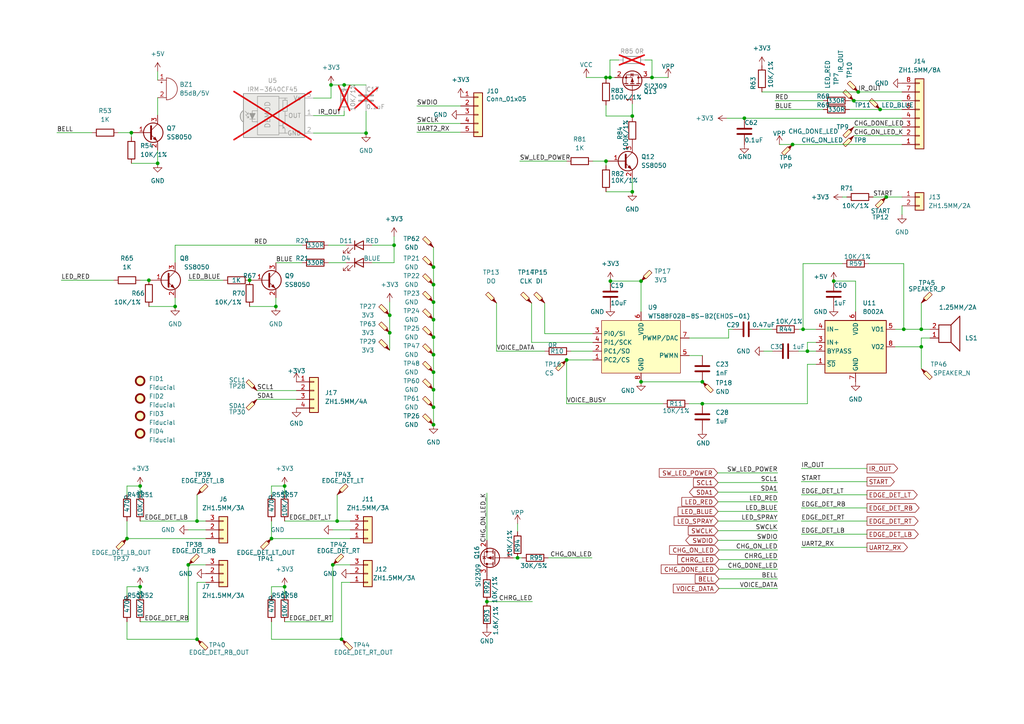
<source format=kicad_sch>
(kicad_sch (version 20231120) (generator "eeschema") (generator_version "8.0")
  (paper "A4")
  (junction (at 203.708 110.744))
  (junction (at 234.188 101.854))
  (junction (at 215.9 34.29))
  (junction (at 99.06 185.42))
  (junction (at 241.808 81.534))
  (junction (at 113.03 96.52))
  (junction (at 125.73 102.87))
  (junction (at 232.918 95.504))
  (junction (at 175.768 22.479))
  (junction (at 247.65 29.21))
  (junction (at 248.92 26.67))
  (junction (at 185.928 110.744))
  (junction (at 36.83 156.21))
  (junction (at 262.128 95.504))
  (junction (at 125.73 87.63))
  (junction (at 150.114 161.798))
  (junction (at 72.39 81.28))
  (junction (at 113.03 91.44))
  (junction (at 255.27 31.75))
  (junction (at 257.048 57.15))
  (junction (at 99.822 24.638))
  (junction (at 78.74 156.21))
  (junction (at 125.73 97.79))
  (junction (at 125.73 82.55))
  (junction (at 82.55 170.18))
  (junction (at 125.73 113.03))
  (junction (at 183.388 55.626))
  (junction (at 176.911 22.479))
  (junction (at 40.64 140.97))
  (junction (at 189.103 22.479))
  (junction (at 97.79 151.13))
  (junction (at 267.208 95.504))
  (junction (at 175.768 46.736))
  (junction (at 177.038 81.534))
  (junction (at 141.224 174.498))
  (junction (at 40.64 170.18))
  (junction (at 203.708 117.094))
  (junction (at 185.928 81.534))
  (junction (at 45.72 47.371))
  (junction (at 50.8 88.9))
  (junction (at 125.73 77.47))
  (junction (at 106.172 38.608))
  (junction (at 183.388 33.655))
  (junction (at 267.208 100.584))
  (junction (at 114.3 71.12))
  (junction (at 125.73 92.71))
  (junction (at 96.52 163.83))
  (junction (at 57.15 185.42))
  (junction (at 38.1 38.481))
  (junction (at 54.61 163.83))
  (junction (at 164.338 104.394))
  (junction (at 229.87 41.91))
  (junction (at 57.15 151.13))
  (junction (at 125.73 123.19))
  (junction (at 82.55 140.97))
  (junction (at 125.73 107.95))
  (junction (at 43.18 81.28))
  (junction (at 96.012 24.638))
  (junction (at 125.73 118.11))
  (junction (at 80.01 88.9))
  (wire (pts (xy 267.208 95.504) (xy 269.748 95.504)))
  (wire (pts (xy 247.65 29.21) (xy 261.62 29.21)))
  (wire (pts (xy 82.55 151.13) (xy 97.79 151.13)))
  (wire (pts (xy 99.06 185.42) (xy 99.06 168.91)))
  (wire (pts (xy 175.768 55.626) (xy 183.388 55.626)))
  (wire (pts (xy 125.73 102.87) (xy 125.73 97.79)))
  (wire (pts (xy 36.83 151.13) (xy 36.83 156.21)))
  (wire (pts (xy 175.768 22.479) (xy 175.768 22.86)))
  (wire (pts (xy 106.172 38.608) (xy 106.172 32.258)))
  (wire (pts (xy 232.41 151.13) (xy 251.46 151.13)))
  (wire (pts (xy 99.822 24.638) (xy 106.172 24.638)))
  (wire (pts (xy 236.728 99.314) (xy 234.188 99.314)))
  (wire (pts (xy 113.03 96.52) (xy 113.03 101.6)))
  (wire (pts (xy 267.208 98.044) (xy 269.748 98.044)))
  (wire (pts (xy 262.128 95.504) (xy 267.208 95.504)))
  (wire (pts (xy 185.928 110.744) (xy 203.708 110.744)))
  (wire (pts (xy 114.3 68.58) (xy 114.3 71.12)))
  (wire (pts (xy 154.178 99.314) (xy 171.958 99.314)))
  (wire (pts (xy 150.114 151.892) (xy 150.114 154.178)))
  (wire (pts (xy 125.73 71.755) (xy 125.73 77.47)))
  (wire (pts (xy 50.8 71.12) (xy 50.8 76.2)))
  (wire (pts (xy 74.549 115.824) (xy 85.979 115.824)))
  (wire (pts (xy 208.534 167.894) (xy 225.552 167.894)))
  (wire (pts (xy 208.28 156.718) (xy 225.552 156.718)))
  (wire (pts (xy 232.41 139.7) (xy 251.46 139.7)))
  (wire (pts (xy 199.898 98.044) (xy 211.328 98.044)))
  (wire (pts (xy 234.188 105.664) (xy 236.728 105.664)))
  (wire (pts (xy 244.348 76.454) (xy 232.918 76.454)))
  (wire (pts (xy 176.911 22.479) (xy 175.768 22.479)))
  (wire (pts (xy 175.768 46.736) (xy 175.768 48.006)))
  (wire (pts (xy 150.749 46.736) (xy 164.338 46.736)))
  (wire (pts (xy 255.27 31.75) (xy 261.62 31.75)))
  (wire (pts (xy 253.238 57.15) (xy 257.048 57.15)))
  (wire (pts (xy 54.61 163.83) (xy 59.69 163.83)))
  (wire (pts (xy 97.79 143.51) (xy 97.79 151.13)))
  (wire (pts (xy 188.468 22.479) (xy 189.103 22.479)))
  (wire (pts (xy 36.83 172.72) (xy 36.83 170.18)))
  (wire (pts (xy 36.83 143.51) (xy 36.83 140.97)))
  (wire (pts (xy 259.588 100.584) (xy 267.208 100.584)))
  (wire (pts (xy 261.62 62.23) (xy 261.62 59.69)))
  (wire (pts (xy 208.534 170.688) (xy 225.552 170.688)))
  (wire (pts (xy 247.65 36.83) (xy 261.62 36.83)))
  (wire (pts (xy 45.72 28.321) (xy 45.72 33.401)))
  (wire (pts (xy 247.65 39.37) (xy 261.62 39.37)))
  (wire (pts (xy 120.904 35.814) (xy 133.604 35.814)))
  (wire (pts (xy 232.41 135.89) (xy 251.46 135.89)))
  (wire (pts (xy 95.25 71.12) (xy 100.33 71.12)))
  (wire (pts (xy 36.83 185.42) (xy 57.15 185.42)))
  (wire (pts (xy 125.73 87.63) (xy 125.73 92.71)))
  (wire (pts (xy 125.73 118.11) (xy 125.73 113.03)))
  (wire (pts (xy 78.74 185.42) (xy 99.06 185.42)))
  (wire (pts (xy 36.83 156.21) (xy 59.69 156.21)))
  (wire (pts (xy 141.224 174.498) (xy 154.432 174.498)))
  (wire (pts (xy 234.188 117.094) (xy 234.188 105.664)))
  (wire (pts (xy 178.308 22.479) (xy 176.911 22.479)))
  (wire (pts (xy 211.328 95.504) (xy 212.598 95.504)))
  (wire (pts (xy 120.904 30.734) (xy 133.604 30.734)))
  (wire (pts (xy 232.41 147.32) (xy 251.46 147.32)))
  (wire (pts (xy 38.1 38.481) (xy 38.1 39.751)))
  (wire (pts (xy 90.932 38.608) (xy 106.172 38.608)))
  (wire (pts (xy 78.74 140.97) (xy 82.55 140.97)))
  (wire (pts (xy 208.534 162.306) (xy 225.552 162.306)))
  (wire (pts (xy 192.278 117.094) (xy 164.338 117.094)))
  (wire (pts (xy 241.808 81.534) (xy 248.158 81.534)))
  (wire (pts (xy 248.92 26.67) (xy 261.62 26.67)))
  (wire (pts (xy 208.28 145.542) (xy 225.552 145.542)))
  (wire (pts (xy 164.338 117.094) (xy 164.338 104.394)))
  (wire (pts (xy 248.158 81.534) (xy 248.158 90.424)))
  (wire (pts (xy 220.218 95.504) (xy 224.028 95.504)))
  (wire (pts (xy 262.128 95.504) (xy 259.588 95.504)))
  (wire (pts (xy 80.01 88.9) (xy 80.01 86.36)))
  (wire (pts (xy 57.15 168.91) (xy 59.69 168.91)))
  (wire (pts (xy 199.898 117.094) (xy 203.708 117.094)))
  (wire (pts (xy 78.74 143.51) (xy 78.74 140.97)))
  (wire (pts (xy 151.384 161.798) (xy 150.114 161.798)))
  (wire (pts (xy 232.41 158.75) (xy 251.46 158.75)))
  (wire (pts (xy 120.904 38.354) (xy 133.604 38.354)))
  (wire (pts (xy 234.188 99.314) (xy 234.188 101.854)))
  (wire (pts (xy 57.15 151.13) (xy 59.69 151.13)))
  (wire (pts (xy 208.28 148.336) (xy 225.552 148.336)))
  (wire (pts (xy 54.61 81.28) (xy 64.77 81.28)))
  (wire (pts (xy 96.012 28.448) (xy 90.932 28.448)))
  (wire (pts (xy 99.822 33.528) (xy 99.822 32.258)))
  (wire (pts (xy 267.208 87.884) (xy 267.208 95.504)))
  (wire (pts (xy 45.72 20.701) (xy 45.72 23.241)))
  (wire (pts (xy 244.348 57.15) (xy 245.618 57.15)))
  (wire (pts (xy 157.988 96.774) (xy 171.958 96.774)))
  (wire (pts (xy 82.55 140.97) (xy 82.55 143.51)))
  (wire (pts (xy 50.8 88.9) (xy 50.8 86.36)))
  (wire (pts (xy 208.534 159.512) (xy 225.552 159.512)))
  (wire (pts (xy 141.224 143.002) (xy 141.224 156.718)))
  (wire (pts (xy 183.388 30.099) (xy 183.388 33.655)))
  (wire (pts (xy 208.153 137.16) (xy 225.552 137.16)))
  (wire (pts (xy 57.15 143.51) (xy 57.15 151.13)))
  (wire (pts (xy 45.72 43.561) (xy 45.72 47.371)))
  (wire (pts (xy 215.9 34.29) (xy 261.62 34.29)))
  (wire (pts (xy 125.73 82.55) (xy 125.73 87.63)))
  (wire (pts (xy 159.004 161.798) (xy 171.704 161.798)))
  (wire (pts (xy 183.388 51.816) (xy 183.388 55.626)))
  (wire (pts (xy 171.958 46.736) (xy 175.768 46.736)))
  (wire (pts (xy 175.768 33.655) (xy 175.768 30.48)))
  (wire (pts (xy 177.038 81.534) (xy 185.928 81.534)))
  (wire (pts (xy 187.071 17.399) (xy 189.103 17.399)))
  (wire (pts (xy 267.208 100.584) (xy 267.208 98.044)))
  (wire (pts (xy 232.41 154.94) (xy 251.46 154.94)))
  (wire (pts (xy 34.29 38.481) (xy 38.1 38.481)))
  (wire (pts (xy 78.74 172.72) (xy 78.74 170.18)))
  (wire (pts (xy 40.64 151.13) (xy 57.15 151.13)))
  (wire (pts (xy 72.39 88.9) (xy 80.01 88.9)))
  (wire (pts (xy 262.128 76.454) (xy 262.128 95.504)))
  (wire (pts (xy 90.932 33.528) (xy 99.822 33.528)))
  (wire (pts (xy 257.048 57.15) (xy 261.62 57.15)))
  (wire (pts (xy 208.28 153.924) (xy 225.552 153.924)))
  (wire (pts (xy 224.79 31.75) (xy 238.76 31.75)))
  (wire (pts (xy 189.103 17.399) (xy 189.103 22.479)))
  (wire (pts (xy 246.38 31.75) (xy 255.27 31.75)))
  (wire (pts (xy 203.708 103.124) (xy 199.898 103.124)))
  (wire (pts (xy 251.968 76.454) (xy 262.128 76.454)))
  (wire (pts (xy 50.8 71.12) (xy 87.63 71.12)))
  (wire (pts (xy 40.64 140.97) (xy 40.64 143.51)))
  (wire (pts (xy 189.103 22.479) (xy 193.802 22.479)))
  (wire (pts (xy 215.9 34.29) (xy 210.82 34.29)))
  (wire (pts (xy 101.6 153.67) (xy 96.52 153.67)))
  (wire (pts (xy 40.64 170.18) (xy 40.64 172.72)))
  (wire (pts (xy 183.388 33.655) (xy 183.388 34.036)))
  (wire (pts (xy 40.64 81.28) (xy 43.18 81.28)))
  (wire (pts (xy 38.1 47.371) (xy 45.72 47.371)))
  (wire (pts (xy 107.95 71.12) (xy 114.3 71.12)))
  (wire (pts (xy 17.78 81.28) (xy 33.02 81.28)))
  (wire (pts (xy 183.388 33.655) (xy 175.768 33.655)))
  (wire (pts (xy 208.28 151.13) (xy 225.552 151.13)))
  (wire (pts (xy 113.03 87.63) (xy 113.03 91.44)))
  (wire (pts (xy 16.51 38.481) (xy 26.67 38.481)))
  (wire (pts (xy 231.648 101.854) (xy 234.188 101.854)))
  (wire (pts (xy 234.188 101.854) (xy 236.728 101.854)))
  (wire (pts (xy 150.114 161.798) (xy 148.844 161.798)))
  (wire (pts (xy 36.83 180.34) (xy 36.83 185.42)))
  (wire (pts (xy 144.018 87.884) (xy 144.018 101.854)))
  (wire (pts (xy 164.338 104.394) (xy 171.958 104.394)))
  (wire (pts (xy 224.028 101.854) (xy 221.488 101.854)))
  (wire (pts (xy 175.768 22.479) (xy 170.053 22.479)))
  (wire (pts (xy 95.25 76.2) (xy 100.33 76.2)))
  (wire (pts (xy 125.73 123.19) (xy 125.73 118.11)))
  (wire (pts (xy 99.06 168.91) (xy 101.6 168.91)))
  (wire (pts (xy 78.74 156.21) (xy 101.6 156.21)))
  (wire (pts (xy 59.69 153.67) (xy 54.61 153.67)))
  (wire (pts (xy 113.03 91.44) (xy 113.03 96.52)))
  (wire (pts (xy 208.534 165.1) (xy 225.552 165.1)))
  (wire (pts (xy 125.73 92.71) (xy 125.73 97.79)))
  (wire (pts (xy 82.55 170.18) (xy 82.55 172.72)))
  (wire (pts (xy 232.41 143.51) (xy 251.46 143.51)))
  (wire (pts (xy 176.911 17.399) (xy 176.911 22.479)))
  (wire (pts (xy 125.73 113.03) (xy 125.73 107.95)))
  (wire (pts (xy 154.178 87.884) (xy 154.178 99.314)))
  (wire (pts (xy 96.012 24.638) (xy 96.012 28.448)))
  (wire (pts (xy 224.79 29.21) (xy 238.76 29.21)))
  (wire (pts (xy 229.87 41.91) (xy 261.62 41.91)))
  (wire (pts (xy 78.74 170.18) (xy 82.55 170.18)))
  (wire (pts (xy 82.55 180.34) (xy 96.52 180.34)))
  (wire (pts (xy 36.83 170.18) (xy 40.64 170.18)))
  (wire (pts (xy 157.988 87.884) (xy 157.988 96.774)))
  (wire (pts (xy 144.018 101.854) (xy 157.988 101.854)))
  (wire (pts (xy 80.01 76.2) (xy 87.63 76.2)))
  (wire (pts (xy 96.012 24.638) (xy 99.822 24.638)))
  (wire (pts (xy 36.83 140.97) (xy 40.64 140.97)))
  (wire (pts (xy 232.918 95.504) (xy 236.728 95.504)))
  (wire (pts (xy 43.18 88.9) (xy 50.8 88.9)))
  (wire (pts (xy 231.648 95.504) (xy 232.918 95.504)))
  (wire (pts (xy 125.73 77.47) (xy 125.73 82.55)))
  (wire (pts (xy 226.06 41.91) (xy 229.87 41.91)))
  (wire (pts (xy 211.328 95.504) (xy 211.328 98.044)))
  (wire (pts (xy 203.708 117.094) (xy 234.188 117.094)))
  (wire (pts (xy 97.79 151.13) (xy 101.6 151.13)))
  (wire (pts (xy 57.15 185.42) (xy 57.15 168.91)))
  (wire (pts (xy 185.928 81.534) (xy 185.928 90.424)))
  (wire (pts (xy 114.3 76.2) (xy 107.95 76.2)))
  (wire (pts (xy 54.61 180.34) (xy 54.61 163.83)))
  (wire (pts (xy 208.28 142.748) (xy 225.552 142.748)))
  (wire (pts (xy 267.208 100.584) (xy 267.208 106.934)))
  (wire (pts (xy 165.608 101.854) (xy 171.958 101.854)))
  (wire (pts (xy 78.74 151.13) (xy 78.74 156.21)))
  (wire (pts (xy 220.98 26.67) (xy 248.92 26.67)))
  (wire (pts (xy 208.28 139.954) (xy 225.552 139.954)))
  (wire (pts (xy 179.451 17.399) (xy 176.911 17.399)))
  (wire (pts (xy 96.52 163.83) (xy 101.6 163.83)))
  (wire (pts (xy 96.52 180.34) (xy 96.52 163.83)))
  (wire (pts (xy 78.74 180.34) (xy 78.74 185.42)))
  (wire (pts (xy 74.549 113.284) (xy 85.979 113.284)))
  (wire (pts (xy 125.73 107.95) (xy 125.73 102.87)))
  (wire (pts (xy 232.918 76.454) (xy 232.918 95.504)))
  (wire (pts (xy 40.64 180.34) (xy 54.61 180.34)))
  (wire (pts (xy 114.3 71.12) (xy 114.3 76.2)))
  (wire (pts (xy 246.38 29.21) (xy 247.65 29.21)))
  (label "SW_LED_POWER" (at 225.552 137.16 180))
  (label "SWCLK" (at 225.552 153.924 180))
  (label "BELL" (at 16.51 38.481 0))
  (label "EDGE_DET_RB" (at 41.91 180.34 0))
  (label "VOICE_BUSY" (at 164.338 117.094 0))
  (label "SWDIO" (at 225.552 156.718 180))
  (label "EDGE_DET_RT" (at 232.41 151.13 0))
  (label "VOICE_DATA" (at 225.552 170.688 180))
  (label "SDA1" (at 225.552 142.748 180))
  (label "EDGE_DET_LB" (at 232.41 154.94 0))
  (label "CHG_ON_LED_K" (at 247.65 39.37 0))
  (label "SW_LED_POWER" (at 150.749 46.736 0))
  (label "IR_OUT" (at 232.41 135.89 0))
  (label "EDGE_DET_LT" (at 83.82 151.13 0))
  (label "LED_RED" (at 17.78 81.28 0))
  (label "EDGE_DET_RB" (at 232.41 147.32 0))
  (label "LED_RED" (at 225.552 145.542 180))
  (label "SWDIO" (at 120.904 30.734 0))
  (label "CHG_DONE_LED" (at 225.552 165.1 180))
  (label "EDGE_DET_LT" (at 232.41 143.51 0))
  (label "BLUE" (at 80.01 76.2 0))
  (label "VOICE_DATA" (at 144.018 101.854 0))
  (label "SWCLK" (at 120.904 35.814 0))
  (label "BELL" (at 225.552 167.894 180))
  (label "EDGE_DET_RT" (at 83.82 180.34 0))
  (label "SDA1" (at 74.549 115.824 0))
  (label "CHG_ON_LED" (at 225.552 159.512 180))
  (label "RED" (at 224.79 29.21 0))
  (label "CHG_DONE_LED" (at 247.65 36.83 0))
  (label "UART2_RX" (at 120.904 38.354 0))
  (label "LED_BLUE" (at 225.552 148.336 180))
  (label "EDGE_DET_LB" (at 41.91 151.13 0))
  (label "BLUE" (at 224.79 31.75 0))
  (label "START" (at 232.41 139.7 0))
  (label "UART2_RX" (at 232.41 158.75 0))
  (label "IR_OUT" (at 248.92 26.67 0))
  (label "CHRG_LED" (at 225.552 162.306 180))
  (label "LED_SPRAY" (at 225.552 151.13 180))
  (label "CHRG_LED" (at 154.432 174.498 180))
  (label "SCL1" (at 225.552 139.954 180))
  (label "LED_BLUE" (at 54.61 81.28 0))
  (label "IR_OUT" (at 92.202 33.528 0))
  (label "SCL1" (at 74.549 113.284 0))
  (label "CHG_ON_LED_K" (at 141.224 143.002 270))
  (label "CHG_ON_LED" (at 171.704 161.798 180))
  (label "RED" (at 73.66 71.12 0))
  (label "START" (at 253.238 57.15 0))
  (global_label "VOICE_DATA" (shape input) (at 208.534 170.688 180) (property "Intersheetrefs" "${INTERSHEET_REFS}" (effects (hide yes))))
  (global_label "LED_SPRAY" (shape input) (at 208.28 151.13 180) (property "Intersheetrefs" "${INTERSHEET_REFS}" (effects (hide yes))))
  (global_label "SDA1" (shape bidirectional) (at 208.28 142.748 180) (property "Intersheetrefs" "${INTERSHEET_REFS}" (effects (hide yes))))
  (global_label "CHG_ON_LED" (shape input) (at 208.534 159.512 180) (property "Intersheetrefs" "${INTERSHEET_REFS}" (effects (hide yes))))
  (global_label "LED_RED" (shape input) (at 208.28 145.542 180) (property "Intersheetrefs" "${INTERSHEET_REFS}" (effects (hide yes))))
  (global_label "SW_LED_POWER" (shape input) (at 208.153 137.16 180) (property "Intersheetrefs" "${INTERSHEET_REFS}" (effects (hide yes))))
  (global_label "EDGE_DET_RT" (shape output) (at 251.46 151.13 0) (property "Intersheetrefs" "${INTERSHEET_REFS}" (effects (hide yes))))
  (global_label "SWDIO" (shape bidirectional) (at 208.28 156.718 180) (property "Intersheetrefs" "${INTERSHEET_REFS}" (effects (hide yes))))
  (global_label "UART2_RX" (shape output) (at 251.46 158.75 0) (property "Intersheetrefs" "${INTERSHEET_REFS}" (effects (hide yes))))
  (global_label "EDGE_DET_LT" (shape output) (at 251.46 143.51 0) (property "Intersheetrefs" "${INTERSHEET_REFS}" (effects (hide yes))))
  (global_label "EDGE_DET_LB" (shape output) (at 251.46 154.94 0) (property "Intersheetrefs" "${INTERSHEET_REFS}" (effects (hide yes))))
  (global_label "START" (shape output) (at 251.46 139.7 0) (property "Intersheetrefs" "${INTERSHEET_REFS}" (effects (hide yes))))
  (global_label "SWCLK" (shape input) (at 208.28 153.924 180) (property "Intersheetrefs" "${INTERSHEET_REFS}" (effects (hide yes))))
  (global_label "IR_OUT" (shape output) (at 251.46 135.89 0) (property "Intersheetrefs" "${INTERSHEET_REFS}" (effects (hide yes))))
  (global_label "SCL1" (shape input) (at 208.28 139.954 180) (property "Intersheetrefs" "${INTERSHEET_REFS}" (effects (hide yes))))
  (global_label "LED_BLUE" (shape input) (at 208.28 148.336 180) (property "Intersheetrefs" "${INTERSHEET_REFS}" (effects (hide yes))))
  (global_label "EDGE_DET_RB" (shape output) (at 251.46 147.32 0) (property "Intersheetrefs" "${INTERSHEET_REFS}" (effects (hide yes))))
  (global_label "CHG_DONE_LED" (shape input) (at 208.534 165.1 180) (property "Intersheetrefs" "${INTERSHEET_REFS}" (effects (hide yes))))
  (global_label "CHRG_LED" (shape input) (at 208.534 162.306 180) (property "Intersheetrefs" "${INTERSHEET_REFS}" (effects (hide yes))))
  (global_label "BELL" (shape input) (at 208.534 167.894 180) (property "Intersheetrefs" "${INTERSHEET_REFS}" (effects (hide yes))))
  (symbol (lib_id "Device:C") (at 227.838 101.854 90) (unit 1)
    (property "Reference" "C30" (at 225.298 100.584 90))
    (property "Value" "1uF" (at 231.648 100.584 90))
    (property "Footprint" "Capacitor_SMD:C_0603_1608Metric" (effects (hide yes)))
  )
  (symbol (lib_id "Connector:TestPoint_Probe") (at 99.06 185.42 270) (unit 1)
    (property "Reference" "TP44" (at 104.902 187.071 90))
    (property "Value" "EDGE_DET_RT_OUT" (at 105.41 189.23 90))
    (property "Footprint" "TestPoint:TestPoint_Pad_D1.0mm" (effects (hide yes)))
  )
  (symbol (lib_id "power:+3V3") (at 220.98 19.05 0) (unit 1)
    (property "Reference" "#PWR0203" (effects (hide yes)))
    (property "Value" "+3V3" (at 220.98 13.97 0))
  )
  (symbol (lib_id "Ovo_Audio:WT588F02B-8S") (at 185.928 100.584 0) (unit 1)
    (property "Reference" "U9" (at 187.8839 89.154 0) (effects (justify left)))
    (property "Value" "WT588F02B-8S-B2(EHDS-01)" (at 187.8839 91.694 0) (effects (justify left)))
    (property "Footprint" "Package_SO:SOIC-8_3.9x4.9mm_P1.27mm" (effects (hide yes)))
  )
  (symbol (lib_id "Device:R") (at 168.148 46.736 90) (unit 1)
    (property "Reference" "R81" (at 168.148 40.386 90))
    (property "Value" "1K" (at 168.148 42.926 90))
    (property "Footprint" "Resistor_SMD:R_0603_1608Metric" (effects (hide yes)))
  )
  (symbol (lib_id "Device:LED") (at 104.14 76.2 0) (unit 1)
    (property "Reference" "D4" (at 100.33 74.93 0))
    (property "Value" "BLUE" (at 107.95 74.93 0))
    (property "Footprint" "LED_SMD:LED_0805_2012Metric" (effects (hide yes)))
  )
  (symbol (lib_id "Connector:TestPoint_Probe") (at 125.73 102.87 90) (unit 1)
    (property "Reference" "TP47" (at 119.38 100.33 90))
    (property "Value" "GND" (at 119.38 102.87 90))
    (property "Footprint" "TestPoint:TestPoint_Pad_D1.0mm" (effects (hide yes)))
  )
  (symbol (lib_id "Device:R") (at 40.64 147.32 0) (unit 1)
    (property "Reference" "R51" (at 40.64 143.51 0) (effects (justify left)))
    (property "Value" "10K/1%" (at 40.64 149.86 90) (effects (justify left)))
    (property "Footprint" "Resistor_SMD:R_0603_1608Metric" (effects (hide yes)))
  )
  (symbol (lib_id "power:GND") (at 248.158 110.744 0) (unit 1)
    (property "Reference" "#PWR0156" (effects (hide yes)))
    (property "Value" "GND" (at 248.158 115.824 0))
  )
  (symbol (lib_id "power:GND") (at 221.488 101.854 270) (unit 1)
    (property "Reference" "#PWR0178" (effects (hide yes)))
    (property "Value" "GND" (at 217.678 101.8539 90) (effects (justify right)))
  )
  (symbol (lib_id "power:+3V3") (at 244.348 57.15 90) (unit 1)
    (property "Reference" "#PWR0198" (effects (hide yes)))
    (property "Value" "+3V3" (at 240.538 57.1499 90) (effects (justify left)))
  )
  (symbol (lib_id "Device:C") (at 106.172 28.448 0) (unit 1) (in_bom no) (dnp yes)
    (property "Reference" "C17" (at 106.172 25.908 0) (effects (justify left)))
    (property "Value" "0.1uF" (at 106.172 30.988 0) (effects (justify left)))
    (property "Footprint" "Capacitor_SMD:C_0603_1608Metric" (effects (hide yes)))
  )
  (symbol (lib_id "Connector:TestPoint_Probe") (at 267.208 87.884 0) (unit 1)
    (property "Reference" "TP45" (at 268.859 82.042 0))
    (property "Value" "SPEAKER_P" (at 268.859 83.82 0))
    (property "Footprint" "TestPoint:TestPoint_Pad_D1.0mm" (effects (hide yes)))
  )
  (symbol (lib_id "power:+3V3") (at 82.55 140.97 0) (unit 1)
    (property "Reference" "#PWR0205" (effects (hide yes)))
    (property "Value" "+3V3" (at 82.55 135.89 0))
  )
  (symbol (lib_id "power:+3V3") (at 113.03 87.63 0) (unit 1)
    (property "Reference" "#PWR0222" (effects (hide yes)))
    (property "Value" "+3V3" (at 113.03 82.55 0))
  )
  (symbol (lib_id "Device:R") (at 155.194 161.798 270) (unit 1)
    (property "Reference" "R95" (at 153.543 161.798 90) (effects (justify left)))
    (property "Value" "30K/5%" (at 150.876 164.084 90) (effects (justify left)))
    (property "Footprint" "Resistor_SMD:R_0603_1608Metric" (effects (hide yes)))
  )
  (symbol (lib_id "Device:R") (at 220.98 22.86 180) (unit 1)
    (property "Reference" "R63" (at 218.44 24.13 90))
    (property "Value" "10K/1%" (at 223.52 21.59 90))
    (property "Footprint" "Resistor_SMD:R_0603_1608Metric" (effects (hide yes)))
  )
  (symbol (lib_id "Device:R") (at 82.55 176.53 0) (unit 1)
    (property "Reference" "R58" (at 82.55 172.72 0) (effects (justify left)))
    (property "Value" "10K/1%" (at 82.55 179.07 90) (effects (justify left)))
    (property "Footprint" "Resistor_SMD:R_0603_1608Metric" (effects (hide yes)))
  )
  (symbol (lib_id "Device:C") (at 177.038 85.344 0) (unit 1)
    (property "Reference" "C19" (at 177.038 82.804 0) (effects (justify left)))
    (property "Value" "10uF" (at 177.038 87.884 0) (effects (justify left)))
    (property "Footprint" "Capacitor_SMD:C_0603_1608Metric" (effects (hide yes)))
  )
  (symbol (lib_id "Device:R") (at 161.798 101.854 90) (unit 1)
    (property "Reference" "R10" (at 161.544 101.854 90))
    (property "Value" "0R" (at 160.274 100.076 90))
    (property "Footprint" "Resistor_SMD:R_0603_1608Metric" (effects (hide yes)))
  )
  (symbol (lib_id "power:GND") (at 215.9 41.91 0) (unit 1)
    (property "Reference" "#PWR0204" (effects (hide yes)))
    (property "Value" "GND" (at 216.027 45.466 0))
  )
  (symbol (lib_id "Connector:TestPoint_Probe") (at 113.03 96.52 90) (unit 1)
    (property "Reference" "TP63" (at 106.68 93.98 90))
    (property "Value" "3V3" (at 106.68 96.52 90))
    (property "Footprint" "TestPoint:TestPoint_Pad_D1.0mm" (effects (hide yes)))
  )
  (symbol (lib_id "Device:R") (at 36.83 81.28 90) (unit 1)
    (property "Reference" "R65" (at 36.83 74.93 90))
    (property "Value" "1K" (at 36.83 77.47 90))
    (property "Footprint" "Resistor_SMD:R_0603_1608Metric" (effects (hide yes)))
  )
  (symbol (lib_id "Connector:TestPoint_Probe") (at 144.018 87.884 90) (unit 1)
    (property "Reference" "TP13" (at 142.4305 78.994 90))
    (property "Value" "DO" (at 142.4305 81.534 90))
    (property "Footprint" "TestPoint:TestPoint_Pad_D1.0mm" (effects (hide yes)))
  )
  (symbol (lib_id "power:GND") (at 141.224 182.118 0) (unit 1)
    (property "Reference" "#PWR018" (effects (hide yes)))
    (property "Value" "GND" (at 141.224 185.928 0))
  )
  (symbol (lib_id "power:+3V3") (at 96.012 24.638 0) (unit 1)
    (property "Reference" "#PWR0116" (effects (hide yes)))
    (property "Value" "+3V3" (at 96.012 19.558 0))
  )
  (symbol (lib_id "Device:R") (at 36.83 147.32 0) (unit 1)
    (property "Reference" "R49" (at 36.83 143.51 0) (effects (justify left)))
    (property "Value" "470R" (at 36.83 148.59 90) (effects (justify left)))
    (property "Footprint" "Resistor_SMD:R_0603_1608Metric" (effects (hide yes)))
  )
  (symbol (lib_id "power:GND") (at 177.038 89.154 0) (unit 1)
    (property "Reference" "#PWR0135" (effects (hide yes)))
    (property "Value" "GND" (at 173.228 90.424 0))
  )
  (symbol (lib_id "Device:R") (at 196.088 117.094 90) (unit 1)
    (property "Reference" "R11" (at 196.088 117.094 90))
    (property "Value" "10K/1%" (at 196.088 119.126 90))
    (property "Footprint" "Resistor_SMD:R_0603_1608Metric" (effects (hide yes)))
  )
  (symbol (lib_id "Device:R") (at 43.18 85.09 0) (unit 1)
    (property "Reference" "R66" (at 38.1 85.09 0) (effects (justify left)))
    (property "Value" "10K/1%" (at 33.02 87.63 0) (effects (justify left)))
    (property "Footprint" "Resistor_SMD:R_0603_1608Metric" (effects (hide yes)))
  )
  (symbol (lib_id "Device:Speaker") (at 274.828 98.044 0) (mirror x) (unit 1)
    (property "Reference" "LS1" (at 279.908 98.0441 0) (effects (justify left)))
    (property "Value" "1.25MM/2A" (at 272.288 89.154 0) (effects (justify left)))
    (property "Footprint" "Ovo_Connector_Molex:Molex_PicoBlade_53047-0210_1x02_P1.25mm_Vertical" (effects (hide yes)))
  )
  (symbol (lib_id "power:VPP") (at 150.114 151.892 0) (unit 1)
    (property "Reference" "#PWR027" (effects (hide yes)))
    (property "Value" "VPP" (at 150.114 148.717 0))
  )
  (symbol (lib_id "Connector:TestPoint_Probe") (at 125.73 71.755 90) (unit 1)
    (property "Reference" "TP62" (at 119.38 69.215 90))
    (property "Value" "GND" (at 119.38 71.755 90))
    (property "Footprint" "TestPoint:TestPoint_Pad_D1.0mm" (effects (hide yes)))
  )
  (symbol (lib_id "Connector:TestPoint_Probe") (at 267.208 106.934 270) (unit 1)
    (property "Reference" "TP46" (at 272.288 105.664 90))
    (property "Value" "SPEAKER_N" (at 276.098 108.204 90))
    (property "Footprint" "TestPoint:TestPoint_Pad_D1.0mm" (effects (hide yes)))
  )
  (symbol (lib_id "Device:Q_PMOS_GSD") (at 143.764 161.798 180) (unit 1)
    (property "Reference" "Q16" (at 138.303 160.274 90))
    (property "Value" "SI2309" (at 138.684 166.878 90))
    (property "Footprint" "Package_TO_SOT_SMD:SOT-23" (effects (hide yes)))
  )
  (symbol (lib_id "Device:R") (at 91.44 71.12 90) (unit 1)
    (property "Reference" "R20" (at 87.63 69.85 90))
    (property "Value" "330R" (at 91.44 71.12 90))
    (property "Footprint" "Resistor_SMD:R_0603_1608Metric" (effects (hide yes)))
  )
  (symbol (lib_id "Connector_Generic:Conn_01x02") (at 266.7 57.15 0) (unit 1)
    (property "Reference" "J13" (at 269.24 57.1499 0) (effects (justify left)))
    (property "Value" "ZH1.5MM/2A" (at 269.24 59.6899 0) (effects (justify left)))
    (property "Footprint" "Ovo_Connector_JST:JST_ZH_B02B-ZR_1x02_P1.50mm_Vertical" (effects (hide yes)))
  )
  (symbol (lib_id "power:+3V3") (at 177.038 81.534 0) (unit 1)
    (property "Reference" "#PWR0149" (effects (hide yes)))
    (property "Value" "+3V3" (at 177.038 76.454 0))
  )
  (symbol (lib_id "power:GND") (at 185.928 110.744 0) (unit 1)
    (property "Reference" "#PWR0148" (effects (hide yes)))
    (property "Value" "GND" (at 182.118 113.284 0))
  )
  (symbol (lib_id "Connector:TestPoint_Probe") (at 36.83 156.21 180) (unit 1)
    (property "Reference" "TP37" (at 35.179 162.052 0))
    (property "Value" "EDGE_DET_LB_OUT" (at 35.179 160.274 0))
    (property "Footprint" "TestPoint:TestPoint_Pad_D1.0mm" (effects (hide yes)))
  )
  (symbol (lib_id "Connector:TestPoint_Probe") (at 125.73 113.03 90) (unit 1)
    (property "Reference" "TP60" (at 119.38 110.49 90))
    (property "Value" "GND" (at 119.38 113.03 90))
    (property "Footprint" "TestPoint:TestPoint_Pad_D1.0mm" (effects (hide yes)))
  )
  (symbol (lib_id "power:GND") (at 203.708 124.714 0) (unit 1)
    (property "Reference" "#PWR0127" (effects (hide yes)))
    (property "Value" "GND" (at 203.962 128.524 0))
  )
  (symbol (lib_id "power:+3V3") (at 40.64 140.97 0) (unit 1)
    (property "Reference" "#PWR0206" (effects (hide yes)))
    (property "Value" "+3V3" (at 40.64 135.89 0))
  )
  (symbol (lib_id "Device:R") (at 183.388 37.846 180) (unit 1)
    (property "Reference" "R84" (at 179.832 38.608 90))
    (property "Value" "100K/1%" (at 181.483 39.243 90))
    (property "Footprint" "Resistor_SMD:R_0603_1608Metric" (effects (hide yes)))
  )
  (symbol (lib_id "Mechanical:Fiducial") (at 40.64 125.73 0) (unit 1) (in_bom no)
    (property "Reference" "FID4" (at 43.18 125.095 0) (effects (justify left)))
    (property "Value" "Fiducial" (at 43.18 127.635 0) (effects (justify left)))
    (property "Footprint" "Fiducial:Fiducial_1mm_Mask2mm" (effects (hide yes)))
  )
  (symbol (lib_id "Connector:TestPoint_Probe") (at 57.15 143.51 0) (unit 1)
    (property "Reference" "TP39" (at 58.801 137.668 0))
    (property "Value" "EDGE_DET_LB" (at 58.801 139.446 0))
    (property "Footprint" "TestPoint:TestPoint_Pad_D1.0mm" (effects (hide yes)))
  )
  (symbol (lib_id "Connector:TestPoint_Probe") (at 125.73 107.95 90) (unit 1)
    (property "Reference" "TP48" (at 119.38 105.41 90))
    (property "Value" "GND" (at 119.38 107.95 90))
    (property "Footprint" "TestPoint:TestPoint_Pad_D1.0mm" (effects (hide yes)))
  )
  (symbol (lib_id "power:GND") (at 54.61 153.67 270) (unit 1)
    (property "Reference" "#PWR0216" (effects (hide yes)))
    (property "Value" "GND" (at 50.8 153.67 90) (effects (justify right)))
  )
  (symbol (lib_id "power:GND") (at 183.388 55.626 0) (unit 1)
    (property "Reference" "#PWR08" (effects (hide yes)))
    (property "Value" "GND" (at 183.388 60.706 0))
  )
  (symbol (lib_id "Connector:TestPoint_Probe") (at 247.65 36.83 180) (unit 1)
    (property "Reference" "TP9" (at 242.57 36.83 0) (effects (justify right)))
    (property "Value" "CHG_DONE_LED" (at 228.6 38.1 0) (effects (justify right)))
    (property "Footprint" "TestPoint:TestPoint_Pad_D1.0mm" (effects (hide yes)))
  )
  (symbol (lib_id "Device:R") (at 40.64 176.53 0) (unit 1)
    (property "Reference" "R52" (at 40.64 172.72 0) (effects (justify left)))
    (property "Value" "10K/1%" (at 40.64 179.07 90) (effects (justify left)))
    (property "Footprint" "Resistor_SMD:R_0603_1608Metric" (effects (hide yes)))
  )
  (symbol (lib_id "Device:Q_NPN_BEC") (at 180.848 46.736 0) (unit 1)
    (property "Reference" "Q12" (at 185.928 45.4659 0) (effects (justify left)))
    (property "Value" "SS8050" (at 185.928 48.0059 0) (effects (justify left)))
    (property "Footprint" "Package_TO_SOT_SMD:SOT-23" (effects (hide yes)))
  )
  (symbol (lib_id "Device:R") (at 36.83 176.53 0) (unit 1)
    (property "Reference" "R50" (at 36.83 172.72 0) (effects (justify left)))
    (property "Value" "470R" (at 36.83 177.8 90) (effects (justify left)))
    (property "Footprint" "Resistor_SMD:R_0603_1608Metric" (effects (hide yes)))
  )
  (symbol (lib_id "power:+3V3") (at 114.3 68.58 0) (unit 1)
    (property "Reference" "#PWR0114" (effects (hide yes)))
    (property "Value" "+3V3" (at 114.3 63.5 0))
  )
  (symbol (lib_id "Connector:TestPoint_Probe") (at 113.03 101.6 90) (unit 1)
    (property "Reference" "TP29" (at 106.68 99.06 90))
    (property "Value" "3V3" (at 106.68 101.6 90))
    (property "Footprint" "TestPoint:TestPoint_Pad_D1.0mm" (effects (hide yes)))
  )
  (symbol (lib_id "power:GND") (at 261.62 62.23 0) (unit 1)
    (property "Reference" "#PWR0126" (effects (hide yes)))
    (property "Value" "GND" (at 261.62 67.31 0))
  )
  (symbol (lib_id "Device:C") (at 203.708 120.904 0) (unit 1)
    (property "Reference" "C28" (at 207.518 119.6339 0) (effects (justify left)))
    (property "Value" "1uF" (at 207.518 122.1739 0) (effects (justify left)))
    (property "Footprint" "Capacitor_SMD:C_0603_1608Metric" (effects (hide yes)))
  )
  (symbol (lib_id "Device:Buzzer") (at 48.26 25.781 0) (unit 1)
    (property "Reference" "BZ1" (at 52.07 24.5109 0) (effects (justify left)))
    (property "Value" "85dB/5V" (at 52.07 27.0509 0) (effects (justify left)))
    (property "Footprint" "Buzzer_Beeper:Buzzer_12x9.5RM7.6" (effects (hide yes)))
  )
  (symbol (lib_id "Device:Q_NPN_BEC") (at 43.18 38.481 0) (unit 1)
    (property "Reference" "Q7" (at 48.26 37.2109 0) (effects (justify left)))
    (property "Value" "SS8050" (at 48.26 39.7509 0) (effects (justify left)))
    (property "Footprint" "Package_TO_SOT_SMD:SOT-23" (effects (hide yes)))
  )
  (symbol (lib_id "power:+5V") (at 45.72 20.701 0) (unit 1)
    (property "Reference" "#PWR0219" (effects (hide yes)))
    (property "Value" "+5V" (at 45.72 15.621 0))
  )
  (symbol (lib_id "Device:Q_NPN_BEC") (at 48.26 81.28 0) (unit 1)
    (property "Reference" "Q8" (at 52.07 74.93 0) (effects (justify left)))
    (property "Value" "SS8050" (at 53.34 77.47 0) (effects (justify left)))
    (property "Footprint" "Package_TO_SOT_SMD:SOT-23" (effects (hide yes)))
  )
  (symbol (lib_id "Connector:TestPoint_Probe") (at 164.338 104.394 180) (unit 1)
    (property "Reference" "TP16" (at 157.988 105.664 0) (effects (justify right)))
    (property "Value" "CS" (at 157.988 108.204 0) (effects (justify right)))
    (property "Footprint" "TestPoint:TestPoint_Pad_D1.0mm" (effects (hide yes)))
  )
  (symbol (lib_id "Connector_Generic:Conn_01x03") (at 64.77 153.67 0) (mirror x) (unit 1)
    (property "Reference" "J6" (at 64.77 144.78 0))
    (property "Value" "ZH1.5MM/3A" (at 64.77 147.32 0))
    (property "Footprint" "Ovo_Connector_JST:JST_ZH_B03B-ZR_1x03_P1.50mm_Vertical" (effects (hide yes)))
  )
  (symbol (lib_id "Mechanical:Fiducial") (at 40.64 110.49 0) (unit 1) (in_bom no)
    (property "Reference" "FID1" (at 43.18 109.855 0) (effects (justify left)))
    (property "Value" "Fiducial" (at 43.18 112.395 0) (effects (justify left)))
    (property "Footprint" "Fiducial:Fiducial_1mm_Mask2mm" (effects (hide yes)))
  )
  (symbol (lib_id "Device:R") (at 150.114 157.988 180) (unit 1)
    (property "Reference" "R94" (at 150.114 156.337 90) (effects (justify left)))
    (property "Value" "10K/1%" (at 147.828 153.67 90) (effects (justify left)))
    (property "Footprint" "Resistor_SMD:R_0603_1608Metric" (effects (hide yes)))
  )
  (symbol (lib_id "Connector:TestPoint_Probe") (at 125.73 97.79 90) (unit 1)
    (property "Reference" "TP25" (at 119.38 95.25 90))
    (property "Value" "GND" (at 119.38 97.79 90))
    (property "Footprint" "TestPoint:TestPoint_Pad_D1.0mm" (effects (hide yes)))
  )
  (symbol (lib_id "Device:R") (at 91.44 76.2 90) (unit 1)
    (property "Reference" "R21" (at 87.63 74.93 90))
    (property "Value" "330R" (at 91.44 76.2 90))
    (property "Footprint" "Resistor_SMD:R_0603_1608Metric" (effects (hide yes)))
  )
  (symbol (lib_id "Device:R") (at 141.224 178.308 180) (unit 1)
    (property "Reference" "R93" (at 141.224 176.657 90) (effects (justify left)))
    (property "Value" "1.6K/1%" (at 143.764 175.768 90) (effects (justify left)))
    (property "Footprint" "Resistor_SMD:R_0603_1608Metric" (effects (hide yes)))
  )
  (symbol (lib_id "Connector_Generic:Conn_01x04") (at 91.059 113.284 0) (unit 1)
    (property "Reference" "J17" (at 94.234 113.919 0) (effects (justify left)))
    (property "Value" "ZH1.5MM/4A" (at 94.234 116.459 0) (effects (justify left)))
    (property "Footprint" "Ovo_Connector_JST:JST_ZH_B04B-ZR_1x04_P1.50mm_Vertical" (effects (hide yes)))
  )
  (symbol (lib_id "power:+3V3") (at 40.64 170.18 0) (unit 1)
    (property "Reference" "#PWR0218" (effects (hide yes)))
    (property "Value" "+3V3" (at 40.64 165.1 0))
  )
  (symbol (lib_id "power:VCC") (at 170.053 22.479 0) (unit 1)
    (property "Reference" "#PWR09" (effects (hide yes)))
    (property "Value" "VCC" (at 170.053 18.796 0))
  )
  (symbol (lib_id "Connector:TestPoint_Probe") (at 203.708 110.744 270) (unit 1)
    (property "Reference" "TP18" (at 207.518 111.0614 90) (effects (justify left)))
    (property "Value" "GND" (at 207.518 113.6014 90) (effects (justify left)))
    (property "Footprint" "TestPoint:TestPoint_Pad_D1.0mm" (effects (hide yes)))
  )
  (symbol (lib_id "Connector:TestPoint_Probe") (at 113.03 91.44 90) (unit 1)
    (property "Reference" "TP27" (at 106.68 88.9 90))
    (property "Value" "3V3" (at 106.68 91.44 90))
    (property "Footprint" "TestPoint:TestPoint_Pad_D1.0mm" (effects (hide yes)))
  )
  (symbol (lib_id "power:GND") (at 50.8 88.9 0) (unit 1)
    (property "Reference" "#PWR0215" (effects (hide yes)))
    (property "Value" "GND" (at 50.8 93.98 0))
  )
  (symbol (lib_id "Device:C") (at 203.708 106.934 0) (unit 1)
    (property "Reference" "C23" (at 207.518 105.6639 0) (effects (justify left)))
    (property "Value" "1nF" (at 207.518 108.2039 0) (effects (justify left)))
    (property "Footprint" "Capacitor_SMD:C_0603_1608Metric" (effects (hide yes)))
  )
  (symbol (lib_id "Ovo_Amplifier:8002A") (at 248.158 100.584 0) (unit 1)
    (property "Reference" "U11" (at 250.1774 87.884 0) (effects (justify left)))
    (property "Value" "8002A" (at 250.1774 90.424 0) (effects (justify left)))
    (property "Footprint" "Package_SO:SOIC-8_3.9x4.9mm_P1.27mm" (effects (hide yes)))
    (property "Datasheet" "https://atta.szlcsc.com/upload/public/pdf/source/20170211/1486785664274.pdf" (effects (hide yes)))
  )
  (symbol (lib_id "Device:C") (at 241.808 85.344 0) (unit 1)
    (property "Reference" "C50" (at 241.808 82.804 0) (effects (justify left)))
    (property "Value" "1uF" (at 241.808 87.884 0) (effects (justify left)))
    (property "Footprint" "Capacitor_SMD:C_0603_1608Metric" (effects (hide yes)))
  )
  (symbol (lib_id "Device:R") (at 248.158 76.454 90) (unit 1)
    (property "Reference" "R59" (at 248.158 76.454 90))
    (property "Value" "10K/1%" (at 248.666 74.422 90))
    (property "Footprint" "Resistor_SMD:R_0603_1608Metric" (effects (hide yes)))
  )
  (symbol (lib_id "power:GND") (at 96.52 153.67 270) (unit 1)
    (property "Reference" "#PWR0212" (effects (hide yes)))
    (property "Value" "GND" (at 82.55 153.6699 90) (effects (justify right)))
  )
  (symbol (lib_id "Device:LED") (at 104.14 71.12 0) (unit 1)
    (property "Reference" "D11" (at 100.33 69.85 0))
    (property "Value" "RED" (at 107.95 69.85 0))
    (property "Footprint" "LED_SMD:LED_0805_2012Metric" (effects (hide yes)))
  )
  (symbol (lib_id "Connector_Generic:Conn_01x03") (at 106.68 166.37 0) (mirror x) (unit 1)
    (property "Reference" "J12" (at 110.49 165.1 0))
    (property "Value" "ZH1.5MM/3A" (at 114.3 167.64 0))
    (property "Footprint" "Ovo_Connector_JST:JST_ZH_B03B-ZR_1x03_P1.50mm_Vertical" (effects (hide yes)))
  )
  (symbol (lib_id "Device:C") (at 216.408 95.504 90) (unit 1)
    (property "Reference" "C29" (at 212.598 94.234 90))
    (property "Value" "0.47uF" (at 221.488 94.234 90))
    (property "Footprint" "Capacitor_SMD:C_0603_1608Metric" (effects (hide yes)))
  )
  (symbol (lib_id "Connector:TestPoint_Probe") (at 248.92 26.67 90) (unit 1)
    (property "Reference" "TP10" (at 246.38 20.32 0))
    (property "Value" "IR_OUT" (at 243.84 17.78 0))
    (property "Footprint" "TestPoint:TestPoint_Pad_D1.0mm" (effects (hide yes)))
  )
  (symbol (lib_id "Connector:TestPoint_Probe") (at 57.15 185.42 270) (unit 1)
    (property "Reference" "TP40" (at 62.992 187.071 90))
    (property "Value" "EDGE_DET_RB_OUT" (at 63.5 189.23 90))
    (property "Footprint" "TestPoint:TestPoint_Pad_D1.0mm" (effects (hide yes)))
  )
  (symbol (lib_id "Device:R") (at 183.261 17.399 270) (unit 1) (dnp yes)
    (property "Reference" "R85" (at 183.769 14.859 90) (effects (justify right)))
    (property "Value" "0R" (at 186.817 14.859 90) (effects (justify right)))
    (property "Footprint" "Resistor_SMD:R_0603_1608Metric" (effects (hide yes)))
  )
  (symbol (lib_id "Connector:TestPoint_Probe") (at 154.178 87.884 90) (unit 1)
    (property "Reference" "TP14" (at 152.5905 78.994 90))
    (property "Value" "CLK" (at 152.5905 81.534 90))
    (property "Footprint" "TestPoint:TestPoint_Pad_D1.0mm" (effects (hide yes)))
  )
  (symbol (lib_id "Connector:TestPoint_Probe") (at 74.549 113.284 90) (unit 1)
    (property "Reference" "TP28" (at 68.834 112.014 90))
    (property "Value" "SCL1" (at 68.834 110.236 90))
    (property "Footprint" "TestPoint:TestPoint_Pad_D1.0mm" (effects (hide yes)))
  )
  (symbol (lib_id "Device:R") (at 242.57 29.21 90) (unit 1)
    (property "Reference" "R68" (at 238.76 27.94 90))
    (property "Value" "330R" (at 242.57 29.21 90))
    (property "Footprint" "Resistor_SMD:R_0603_1608Metric" (effects (hide yes)))
  )
  (symbol (lib_id "Connector:TestPoint_Probe") (at 125.73 92.71 90) (unit 1)
    (property "Reference" "TP24" (at 119.38 90.17 90))
    (property "Value" "GND" (at 119.38 92.71 90))
    (property "Footprint" "TestPoint:TestPoint_Pad_D1.0mm" (effects (hide yes)))
  )
  (symbol (lib_id "power:+3V3") (at 133.604 28.194 0) (unit 1)
    (property "Reference" "#PWR0209" (effects (hide yes)))
    (property "Value" "+3V3" (at 133.604 23.114 0))
  )
  (symbol (lib_id "Device:R") (at 175.768 51.816 0) (unit 1)
    (property "Reference" "R82" (at 177.165 50.419 0) (effects (justify left)))
    (property "Value" "10K/1%" (at 177.165 52.324 0) (effects (justify left)))
    (property "Footprint" "Resistor_SMD:R_0603_1608Metric" (effects (hide yes)))
  )
  (symbol (lib_id "Connector:TestPoint_Probe") (at 78.74 156.21 180) (unit 1)
    (property "Reference" "TP41" (at 77.089 162.052 0))
    (property "Value" "EDGE_DET_LT_OUT" (at 77.089 160.274 0))
    (property "Footprint" "TestPoint:TestPoint_Pad_D1.0mm" (effects (hide yes)))
  )
  (symbol (lib_id "Connector:TestPoint_Probe") (at 96.52 163.83 0) (unit 1)
    (property "Reference" "TP42" (at 98.171 157.988 0))
    (property "Value" "EDGE_DET_RT" (at 98.171 159.766 0))
    (property "Footprint" "TestPoint:TestPoint_Pad_D1.0mm" (effects (hide yes)))
  )
  (symbol (lib_id "Device:R") (at 99.822 28.448 0) (unit 1) (in_bom no) (dnp yes)
    (property "Reference" "R43" (at 99.822 29.718 90) (effects (justify left)))
    (property "Value" "10K/1%" (at 102.362 32.258 90) (effects (justify left)))
    (property "Footprint" "Resistor_SMD:R_0603_1608Metric" (effects (hide yes)))
  )
  (symbol (lib_id "Connector:TestPoint_Probe") (at 97.79 143.51 0) (unit 1)
    (property "Reference" "TP43" (at 99.441 137.668 0))
    (property "Value" "EDGE_DET_LT" (at 99.441 139.446 0))
    (property "Footprint" "TestPoint:TestPoint_Pad_D1.0mm" (effects (hide yes)))
  )
  (symbol (lib_id "power:VPP") (at 226.06 41.91 0) (unit 1)
    (property "Reference" "#PWR011" (effects (hide yes)))
    (property "Value" "VPP" (at 226.06 38.735 0))
  )
  (symbol (lib_id "Connector:TestPoint_Probe") (at 54.61 163.83 0) (unit 1)
    (property "Reference" "TP38" (at 56.261 157.988 0))
    (property "Value" "EDGE_DET_RB" (at 56.261 159.766 0))
    (property "Footprint" "TestPoint:TestPoint_Pad_D1.0mm" (effects (hide yes)))
  )
  (symbol (lib_id "Mechanical:Fiducial") (at 40.64 115.57 0) (unit 1) (in_bom no)
    (property "Reference" "FID2" (at 43.18 114.935 0) (effects (justify left)))
    (property "Value" "Fiducial" (at 43.18 117.475 0) (effects (justify left)))
    (property "Footprint" "Fiducial:Fiducial_1mm_Mask2mm" (effects (hide yes)))
  )
  (symbol (lib_id "Device:R") (at 78.74 176.53 0) (unit 1)
    (property "Reference" "R56" (at 78.74 172.72 0) (effects (justify left)))
    (property "Value" "470R" (at 78.74 177.8 90) (effects (justify left)))
    (property "Footprint" "Resistor_SMD:R_0603_1608Metric" (effects (hide yes)))
  )
  (symbol (lib_id "power:+5V") (at 241.808 81.534 0) (unit 1)
    (property "Reference" "#PWR0177" (effects (hide yes)))
    (property "Value" "+5V" (at 237.998 80.264 0))
  )
  (symbol (lib_id "Device:R") (at 78.74 147.32 0) (unit 1)
    (property "Reference" "R55" (at 78.74 143.51 0) (effects (justify left)))
    (property "Value" "470R" (at 78.74 148.59 90) (effects (justify left)))
    (property "Footprint" "Resistor_SMD:R_0603_1608Metric" (effects (hide yes)))
  )
  (symbol (lib_id "Connector:TestPoint_Probe") (at 125.73 77.47 90) (unit 1)
    (property "Reference" "TP21" (at 119.38 74.93 90))
    (property "Value" "GND" (at 119.38 77.47 90))
    (property "Footprint" "TestPoint:TestPoint_Pad_D1.0mm" (effects (hide yes)))
  )
  (symbol (lib_id "power:+3V3") (at 210.82 34.29 90) (unit 1)
    (property "Reference" "#PWR0199" (effects (hide yes)))
    (property "Value" "+3V3" (at 207.01 34.2899 90) (effects (justify left)))
  )
  (symbol (lib_id "Connector:TestPoint_Probe") (at 125.73 123.19 90) (unit 1)
    (property "Reference" "TP26" (at 119.38 120.65 90))
    (property "Value" "GND" (at 119.38 123.19 90))
    (property "Footprint" "TestPoint:TestPoint_Pad_D1.0mm" (effects (hide yes)))
  )
  (symbol (lib_id "Device:R") (at 227.838 95.504 90) (unit 1)
    (property "Reference" "R44" (at 227.838 95.504 90))
    (property "Value" "10K/1%" (at 228.854 93.218 90))
    (property "Footprint" "Resistor_SMD:R_0603_1608Metric" (effects (hide yes)))
  )
  (symbol (lib_id "power:GND") (at 125.73 123.19 0) (unit 1)
    (property "Reference" "#PWR0221" (effects (hide yes)))
    (property "Value" "GND" (at 125.73 128.27 0))
  )
  (symbol (lib_id "Connector:TestPoint_Probe") (at 229.87 41.91 180) (unit 1)
    (property "Reference" "TP6" (at 226.06 45.72 0) (effects (justify right)))
    (property "Value" "VPP" (at 226.06 48.26 0) (effects (justify right)))
    (property "Footprint" "TestPoint:TestPoint_Pad_D1.0mm" (effects (hide yes)))
  )
  (symbol (lib_id "Device:R") (at 30.48 38.481 90) (unit 1)
    (property "Reference" "R53" (at 30.48 32.131 90))
    (property "Value" "1K" (at 30.48 34.671 90))
    (property "Footprint" "Resistor_SMD:R_0603_1608Metric" (effects (hide yes)))
  )
  (symbol (lib_id "power:GND") (at 241.808 89.154 0) (unit 1)
    (property "Reference" "#PWR0176" (effects (hide yes)))
    (property "Value" "GND" (at 237.998 90.424 0))
  )
  (symbol (lib_id "Connector:TestPoint_Probe") (at 125.73 87.63 90) (unit 1)
    (property "Reference" "TP23" (at 119.38 85.09 90))
    (property "Value" "GND" (at 119.38 87.63 90))
    (property "Footprint" "TestPoint:TestPoint_Pad_D1.0mm" (effects (hide yes)))
  )
  (symbol (lib_id "Device:R") (at 82.55 147.32 0) (unit 1)
    (property "Reference" "R57" (at 82.55 143.51 0) (effects (justify left)))
    (property "Value" "10K/1%" (at 82.55 149.86 90) (effects (justify left)))
    (property "Footprint" "Resistor_SMD:R_0603_1608Metric" (effects (hide yes)))
  )
  (symbol (lib_id "power:GND") (at 101.6 166.37 270) (unit 1)
    (property "Reference" "#PWR0213" (effects (hide yes)))
    (property "Value" "GND" (at 97.79 166.37 90) (effects (justify right)))
  )
  (symbol (lib_id "power:VPP") (at 193.802 22.479 0) (unit 1)
    (property "Reference" "#PWR010" (effects (hide yes)))
    (property "Value" "VPP" (at 193.802 19.304 0))
  )
  (symbol (lib_id "Connector:TestPoint_Probe") (at 74.549 115.824 180) (unit 1)
    (property "Reference" "TP30" (at 68.834 119.507 0))
    (property "Value" "SDA1" (at 68.834 117.729 0))
    (property "Footprint" "TestPoint:TestPoint_Pad_D1.0mm" (effects (hide yes)))
  )
  (symbol (lib_name "GND_1") (lib_id "power:GND") (at 85.979 118.364 0) (unit 1)
    (property "Reference" "#PWR05" (effects (hide yes)))
    (property "Value" "GND" (at 85.979 122.809 0))
  )
  (symbol (lib_id "Connector:TestPoint_Probe") (at 157.988 87.884 90) (unit 1)
    (property "Reference" "TP15" (at 156.4005 78.994 90))
    (property "Value" "DI" (at 156.4005 81.534 90))
    (property "Footprint" "TestPoint:TestPoint_Pad_D1.0mm" (effects (hide yes)))
  )
  (symbol (lib_id "Device:R") (at 72.39 85.09 0) (unit 1)
    (property "Reference" "R70" (at 67.31 85.09 0) (effects (justify left)))
    (property "Value" "10K/1%" (at 62.23 87.63 0) (effects (justify left)))
    (property "Footprint" "Resistor_SMD:R_0603_1608Metric" (effects (hide yes)))
  )
  (symbol (lib_id "power:GND") (at 261.62 24.13 270) (unit 1)
    (property "Reference" "#PWR0200" (effects (hide yes)))
    (property "Value" "GND" (at 257.81 24.1299 90) (effects (justify right)))
  )
  (symbol (lib_id "Connector:TestPoint_Probe") (at 257.048 57.15 180) (unit 1)
    (property "Reference" "TP12" (at 255.397 62.992 0))
    (property "Value" "START" (at 255.397 61.214 0))
    (property "Footprint" "TestPoint:TestPoint_Pad_D1.0mm" (effects (hide yes)))
  )
  (symbol (lib_id "Device:R") (at 175.768 26.67 180) (unit 1)
    (property "Reference" "R83" (at 177.038 26.289 0) (effects (justify right)))
    (property "Value" "100K/1%" (at 177.038 28.194 0) (effects (justify right)))
    (property "Footprint" "Resistor_SMD:R_0603_1608Metric" (effects (hide yes)))
  )
  (symbol (lib_id "Mechanical:Fiducial") (at 40.64 120.65 0) (unit 1) (in_bom no)
    (property "Reference" "FID3" (at 43.18 120.015 0) (effects (justify left)))
    (property "Value" "Fiducial" (at 43.18 122.555 0) (effects (justify left)))
    (property "Footprint" "Fiducial:Fiducial_1mm_Mask2mm" (effects (hide yes)))
  )
  (symbol (lib_id "power:GND") (at 80.01 88.9 0) (unit 1)
    (property "Reference" "#PWR0214" (effects (hide yes)))
    (property "Value" "GND" (at 80.01 93.98 0))
  )
  (symbol (lib_id "Device:R") (at 242.57 31.75 90) (unit 1)
    (property "Reference" "R69" (at 238.76 30.48 90))
    (property "Value" "330R" (at 242.57 31.75 90))
    (property "Footprint" "Resistor_SMD:R_0603_1608Metric" (effects (hide yes)))
  )
  (symbol (lib_id "Connector:TestPoint_Probe") (at 255.27 31.75 90) (unit 1)
    (property "Reference" "TP11" (at 250.19 30.48 90))
    (property "Value" "LED_BLUE" (at 260.35 30.48 90))
    (property "Footprint" "TestPoint:TestPoint_Pad_D1.0mm" (effects (hide yes)))
  )
  (symbol (lib_id "Connector:TestPoint_Probe") (at 125.73 82.55 90) (unit 1)
    (property "Reference" "TP22" (at 119.38 80.01 90))
    (property "Value" "GND" (at 119.38 82.55 90))
    (property "Footprint" "TestPoint:TestPoint_Pad_D1.0mm" (effects (hide yes)))
  )
  (symbol (lib_id "Interface_Optical:TSOP348xx") (at 80.772 33.528 0) (unit 1) (in_bom no) (dnp yes)
    (property "Reference" "U5" (at 79.037 23.368 0))
    (property "Value" "IRM-3640CF45" (at 79.037 25.908 0))
    (property "Footprint" "Ovo_OptoDevice:Everlight_IRM-3640CF45" (effects (hide yes)))
    (property "Datasheet" "https://www.vishay.com/docs/82489/tsop322.pdf" (effects (hide yes)))
  )
  (symbol (lib_id "Connector_Generic:Conn_01x05") (at 138.684 33.274 0) (unit 1)
    (property "Reference" "J10" (at 141.097 26.416 0) (effects (justify left)))
    (property "Value" "Conn_01x05" (at 140.97 28.702 0) (effects (justify left)))
    (property "Footprint" "Connector_PinHeader_2.00mm:PinHeader_1x05_P2.00mm_Vertical" (effects (hide yes)))
  )
  (symbol (lib_id "power:GND") (at 59.69 166.37 270) (unit 1)
    (property "Reference" "#PWR0217" (effects (hide yes)))
    (property "Value" "GND" (at 55.88 166.37 90) (effects (justify right)))
  )
  (symbol (lib_id "Device:R") (at 141.224 170.688 0) (unit 1)
    (property "Reference" "R92" (at 141.224 172.339 90) (effects (justify left)))
    (property "Value" "10K/1%" (at 143.51 175.006 90) (effects (justify left)))
    (property "Footprint" "Resistor_SMD:R_0603_1608Metric" (effects (hide yes)))
  )
  (symbol (lib_id "Device:R") (at 249.428 57.15 90) (unit 1)
    (property "Reference" "R71" (at 245.618 54.61 90))
    (property "Value" "10K/1%" (at 248.158 59.69 90))
    (property "Footprint" "Resistor_SMD:R_0603_1608Metric" (effects (hide yes)))
  )
  (symbol (lib_id "Device:R") (at 38.1 43.561 0) (unit 1)
    (property "Reference" "R54" (at 40.64 42.2909 0) (effects (justify left)))
    (property "Value" "10K/1%" (at 40.64 44.8309 0) (effects (justify left)))
    (property "Footprint" "Resistor_SMD:R_0603_1608Metric" (effects (hide yes)))
  )
  (symbol (lib_id "power:GND") (at 45.72 47.371 0) (unit 1)
    (property "Reference" "#PWR0220" (effects (hide yes)))
    (property "Value" "GND" (at 45.72 52.451 0))
  )
  (symbol (lib_id "Device:Q_PMOS_GSD") (at 183.388 25.019 270) (mirror x) (unit 1)
    (property "Reference" "Q13" (at 188.595 26.543 90))
    (property "Value" "SI2309" (at 190.119 25.019 90))
    (property "Footprint" "Package_TO_SOT_SMD:SOT-23" (effects (hide yes)))
  )
  (symbol (lib_id "power:+3V3") (at 82.55 170.18 0) (unit 1)
    (property "Reference" "#PWR0211" (effects (hide yes)))
    (property "Value" "+3V3" (at 82.55 165.1 0))
  )
  (symbol (lib_id "Connector_Generic:Conn_01x03") (at 106.68 153.67 0) (mirror x) (unit 1)
    (property "Reference" "J11" (at 106.68 144.78 0))
    (property "Value" "ZH1.5MM/3A" (at 106.68 147.32 0))
    (property "Footprint" "Ovo_Connector_JST:JST_ZH_B03B-ZR_1x03_P1.50mm_Vertical" (effects (hide yes)))
  )
  (symbol (lib_id "Connector:TestPoint_Probe") (at 185.928 81.534 0) (unit 1)
    (property "Reference" "TP17" (at 189.738 78.6764 0) (effects (justify left)))
    (property "Value" "3V3" (at 189.738 81.2164 0) (effects (justify left)))
    (property "Footprint" "TestPoint:TestPoint_Pad_D1.0mm" (effects (hide yes)))
  )
  (symbol (lib_id "Connector_Generic:Conn_01x08") (at 266.7 34.29 0) (mirror x) (unit 1)
    (property "Reference" "J14" (at 266.7 17.78 0))
    (property "Value" "ZH1.5MM/8A" (at 266.7 20.32 0))
    (property "Footprint" "Ovo_Connector_JST:JST_ZH_B08B-ZR_1x08_P1.50mm_Vertical" (effects (hide yes)))
  )
  (symbol (lib_id "Connector:TestPoint_Probe") (at 247.65 39.37 180) (unit 1)
    (property "Reference" "TP8" (at 247.65 40.64 0) (effects (justify right)))
    (property "Value" "CHG_ON_LED" (at 232.41 40.64 0) (effects (justify right)))
    (property "Footprint" "TestPoint:TestPoint_Pad_D1.0mm" (effects (hide yes)))
  )
  (symbol (lib_id "power:GND") (at 133.604 33.274 270) (unit 1)
    (property "Reference" "#PWR0210" (effects (hide yes)))
    (property "Value" "GND" (at 129.794 33.2739 90) (effects (justify right)))
  )
  (symbol (lib_id "Connector_Generic:Conn_01x03") (at 64.77 166.37 0) (mirror x) (unit 1)
    (property "Reference" "J7" (at 59.69 170.18 0))
    (property "Value" "ZH1.5MM/3A" (at 64.77 172.72 0))
    (property "Footprint" "Ovo_Connector_JST:JST_ZH_B03B-ZR_1x03_P1.50mm_Vertical" (effects (hide yes)))
  )
  (symbol (lib_id "power:GND") (at 106.172 38.608 0) (unit 1)
    (property "Reference" "#PWR0124" (effects (hide yes)))
    (property "Value" "GND" (at 106.172 43.688 0))
  )
  (symbol (lib_id "Connector:TestPoint_Probe") (at 125.73 118.11 90) (unit 1)
    (property "Reference" "TP61" (at 119.38 115.57 90))
    (property "Value" "GND" (at 119.38 118.11 90))
    (property "Footprint" "TestPoint:TestPoint_Pad_D1.0mm" (effects (hide yes)))
  )
  (symbol (lib_name "+3V3_1") (lib_id "power:+3V3") (at 85.979 110.744 0) (unit 1)
    (property "Reference" "#PWR04" (effects (hide yes)))
    (property "Value" "+3V3" (at 85.979 107.569 0))
  )
  (symbol (lib_id "Connector:TestPoint_Probe") (at 247.65 29.21 90) (unit 1)
    (property "Reference" "TP7" (at 242.57 22.86 0))
    (property "Value" "LED_RED" (at 240.03 21.59 0))
    (property "Footprint" "TestPoint:TestPoint_Pad_D1.0mm" (effects (hide yes)))
  )
  (symbol (lib_id "Device:R") (at 68.58 81.28 90) (unit 1)
    (property "Reference" "R67" (at 72.39 80.01 90))
    (property "Value" "1K" (at 68.58 81.28 90))
    (property "Footprint" "Resistor_SMD:R_0603_1608Metric" (effects (hide yes)))
  )
  (symbol (lib_id "Device:C") (at 215.9 38.1 0) (unit 1)
    (property "Reference" "C62" (at 215.9 35.56 0) (effects (justify left)))
    (property "Value" "0.1uF" (at 215.9 40.64 0) (effects (justify left)))
    (property "Footprint" "Capacitor_SMD:C_0603_1608Metric" (effects (hide yes)))
  )
  (symbol (lib_id "Device:Q_NPN_BEC") (at 77.47 81.28 0) (unit 1)
    (property "Reference" "Q9" (at 82.55 80.0099 0) (effects (justify left)))
    (property "Value" "SS8050" (at 82.55 82.5499 0) (effects (justify left)))
    (property "Footprint" "Package_TO_SOT_SMD:SOT-23" (effects (hide yes)))
  )
)
</source>
